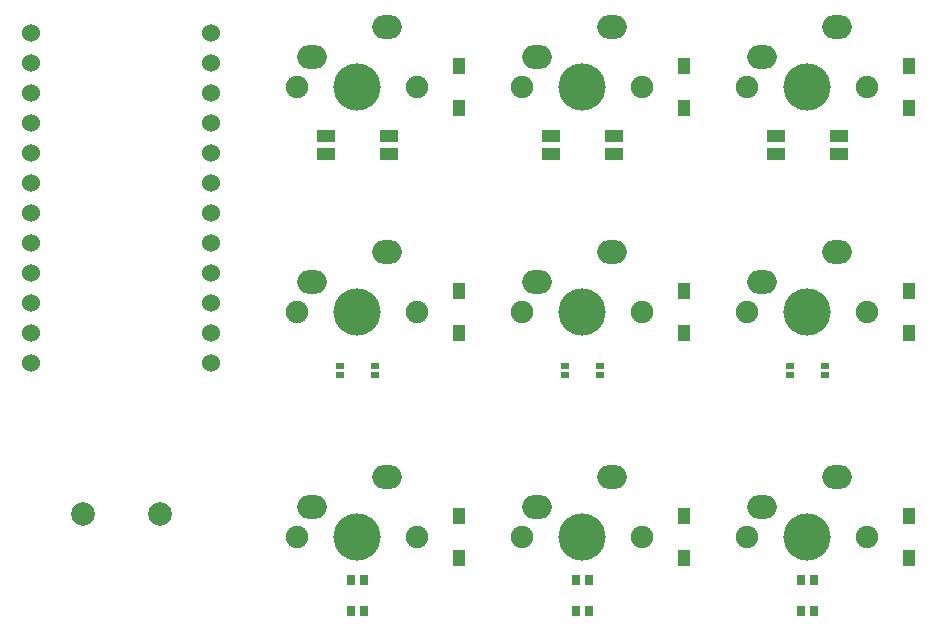
<source format=gbr>
%TF.GenerationSoftware,KiCad,Pcbnew,(6.0.1)*%
%TF.CreationDate,2022-06-19T22:09:19+09:00*%
%TF.ProjectId,reverse-mount-led-keboard,72657665-7273-4652-9d6d-6f756e742d6c,rev?*%
%TF.SameCoordinates,Original*%
%TF.FileFunction,Soldermask,Bot*%
%TF.FilePolarity,Negative*%
%FSLAX46Y46*%
G04 Gerber Fmt 4.6, Leading zero omitted, Abs format (unit mm)*
G04 Created by KiCad (PCBNEW (6.0.1)) date 2022-06-19 22:09:19*
%MOMM*%
%LPD*%
G01*
G04 APERTURE LIST*
%ADD10C,1.900000*%
%ADD11C,4.000000*%
%ADD12O,2.500000X2.000000*%
%ADD13C,1.524000*%
%ADD14C,2.000000*%
%ADD15R,0.700000X0.550000*%
%ADD16R,1.000000X1.400000*%
%ADD17R,1.500000X1.000000*%
%ADD18R,0.800000X0.900000*%
G04 APERTURE END LIST*
D10*
%TO.C,SW8*%
X-721677000Y573405000D03*
D11*
X-726757000Y573405000D03*
D10*
X-731837000Y573405000D03*
D12*
X-730567000Y575945000D03*
X-724217000Y578485000D03*
%TD*%
D13*
%TO.C,U1*%
X-758198600Y616091000D03*
X-758198600Y613551000D03*
X-758198600Y611011000D03*
X-758198600Y608471000D03*
X-758198600Y605931000D03*
X-758198600Y603391000D03*
X-758198600Y600851000D03*
X-758198600Y598311000D03*
X-758198600Y595771000D03*
X-758198600Y593231000D03*
X-758198600Y590691000D03*
X-758198600Y588151000D03*
X-773418600Y588151000D03*
X-773418600Y590691000D03*
X-773418600Y593231000D03*
X-773418600Y595771000D03*
X-773418600Y598311000D03*
X-773418600Y600851000D03*
X-773418600Y603391000D03*
X-773418600Y605931000D03*
X-773418600Y608471000D03*
X-773418600Y611011000D03*
X-773418600Y613551000D03*
X-773418600Y616091000D03*
%TD*%
D10*
%TO.C,SW7*%
X-750887000Y573405000D03*
D11*
X-745807000Y573405000D03*
D10*
X-740727000Y573405000D03*
D12*
X-749617000Y575945000D03*
X-743267000Y578485000D03*
%TD*%
D10*
%TO.C,SW3*%
X-702627000Y611505000D03*
X-712787000Y611505000D03*
D11*
X-707707000Y611505000D03*
D12*
X-711517000Y614045000D03*
X-705167000Y616585000D03*
%TD*%
D10*
%TO.C,SW2*%
X-731837000Y611505000D03*
D11*
X-726757000Y611505000D03*
D10*
X-721677000Y611505000D03*
D12*
X-730567000Y614045000D03*
X-724217000Y616585000D03*
%TD*%
D10*
%TO.C,SW5*%
X-731837000Y592455000D03*
D11*
X-726757000Y592455000D03*
D10*
X-721677000Y592455000D03*
D12*
X-730567000Y594995000D03*
X-724217000Y597535000D03*
%TD*%
D14*
%TO.C,SW10*%
X-769060000Y575310000D03*
X-762560000Y575310000D03*
%TD*%
D10*
%TO.C,SW4*%
X-740727000Y592455000D03*
X-750887000Y592455000D03*
D11*
X-745807000Y592455000D03*
D12*
X-749617000Y594995000D03*
X-743267000Y597535000D03*
%TD*%
D11*
%TO.C,SW6*%
X-707707000Y592455000D03*
D10*
X-712787000Y592455000D03*
X-702627000Y592455000D03*
D12*
X-711517000Y594995000D03*
X-705167000Y597535000D03*
%TD*%
D10*
%TO.C,SW1*%
X-740727000Y611505000D03*
X-750887000Y611505000D03*
D11*
X-745807000Y611505000D03*
D12*
X-749617000Y614045000D03*
X-743267000Y616585000D03*
%TD*%
D10*
%TO.C,SW9*%
X-702627000Y573405000D03*
D11*
X-707707000Y573405000D03*
D10*
X-712787000Y573405000D03*
D12*
X-711517000Y575945000D03*
X-705167000Y578485000D03*
%TD*%
D15*
%TO.C,LED6*%
X-706207000Y587095000D03*
X-706207000Y587895000D03*
X-709207000Y587895000D03*
X-709207000Y587095000D03*
%TD*%
D16*
%TO.C,D3*%
X-699135000Y609730000D03*
X-699135000Y613280000D03*
%TD*%
D17*
%TO.C,LED2*%
X-724057000Y605795000D03*
X-724057000Y607295000D03*
X-729457000Y607295000D03*
X-729457000Y605795000D03*
%TD*%
D18*
%TO.C,LED9*%
X-707157000Y569745000D03*
X-708257000Y569745000D03*
X-708257000Y567145000D03*
X-707157000Y567145000D03*
%TD*%
D16*
%TO.C,D2*%
X-718185000Y609730000D03*
X-718185000Y613280000D03*
%TD*%
D18*
%TO.C,LED8*%
X-726207000Y569745000D03*
X-727307000Y569745000D03*
X-727307000Y567145000D03*
X-726207000Y567145000D03*
%TD*%
D16*
%TO.C,D4*%
X-737235000Y590680000D03*
X-737235000Y594230000D03*
%TD*%
%TO.C,D1*%
X-737235000Y609730000D03*
X-737235000Y613280000D03*
%TD*%
D17*
%TO.C,LED3*%
X-705007000Y605795000D03*
X-705007000Y607295000D03*
X-710407000Y607295000D03*
X-710407000Y605795000D03*
%TD*%
D16*
%TO.C,D8*%
X-718185000Y571630000D03*
X-718185000Y575180000D03*
%TD*%
%TO.C,D7*%
X-737235000Y571630000D03*
X-737235000Y575180000D03*
%TD*%
D18*
%TO.C,LED7*%
X-745257000Y569745000D03*
X-746357000Y569745000D03*
X-746357000Y567145000D03*
X-745257000Y567145000D03*
%TD*%
D16*
%TO.C,D5*%
X-718185000Y590680000D03*
X-718185000Y594230000D03*
%TD*%
D17*
%TO.C,LED1*%
X-743107000Y605795000D03*
X-743107000Y607295000D03*
X-748507000Y607295000D03*
X-748507000Y605795000D03*
%TD*%
D15*
%TO.C,LED4*%
X-744307000Y587095000D03*
X-744307000Y587895000D03*
X-747307000Y587895000D03*
X-747307000Y587095000D03*
%TD*%
D16*
%TO.C,D9*%
X-699135000Y571630000D03*
X-699135000Y575180000D03*
%TD*%
D15*
%TO.C,LED5*%
X-725257000Y587095000D03*
X-725257000Y587895000D03*
X-728257000Y587895000D03*
X-728257000Y587095000D03*
%TD*%
D16*
%TO.C,D6*%
X-699135000Y590680000D03*
X-699135000Y594230000D03*
%TD*%
M02*

</source>
